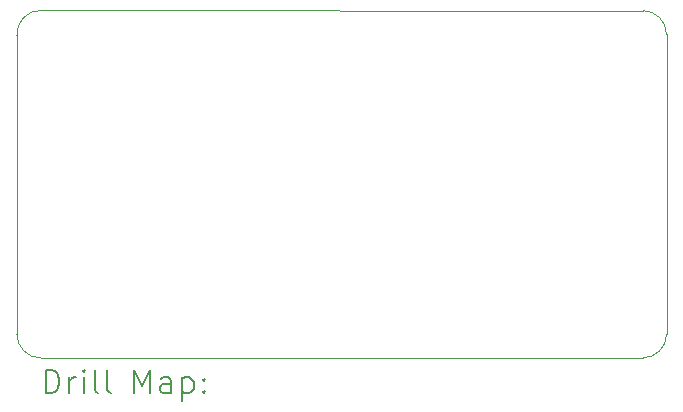
<source format=gbr>
%TF.GenerationSoftware,KiCad,Pcbnew,(6.99.0-2815-gbbc0c61ccb)*%
%TF.CreationDate,2023-01-22T02:42:39+07:00*%
%TF.ProjectId,ESP32-MODBUS-RS485-SHIELD,45535033-322d-44d4-9f44-4255532d5253,rev?*%
%TF.SameCoordinates,Original*%
%TF.FileFunction,Drillmap*%
%TF.FilePolarity,Positive*%
%FSLAX45Y45*%
G04 Gerber Fmt 4.5, Leading zero omitted, Abs format (unit mm)*
G04 Created by KiCad (PCBNEW (6.99.0-2815-gbbc0c61ccb)) date 2023-01-22 02:42:39*
%MOMM*%
%LPD*%
G01*
G04 APERTURE LIST*
%ADD10C,0.100000*%
%ADD11C,0.200000*%
G04 APERTURE END LIST*
D10*
X11890090Y-7950270D02*
G75*
G03*
X11685000Y-8162500I-4750J-200620D01*
G01*
X16985000Y-10892500D02*
X11885000Y-10892500D01*
X11685000Y-10692500D02*
G75*
G03*
X11885000Y-10892500I200000J0D01*
G01*
X17185000Y-8152500D02*
G75*
G03*
X16985000Y-7952500I-200000J0D01*
G01*
X17185000Y-8152500D02*
X17185000Y-10692500D01*
X11685000Y-10692500D02*
X11685000Y-8162500D01*
X11890090Y-7950267D02*
X16985000Y-7952500D01*
X16985000Y-10892500D02*
G75*
G03*
X17185000Y-10692500I0J200000D01*
G01*
D11*
X11927283Y-11190976D02*
X11927283Y-10990976D01*
X11927283Y-10990976D02*
X11974902Y-10990976D01*
X11974902Y-10990976D02*
X12003473Y-11000500D01*
X12003473Y-11000500D02*
X12022521Y-11019548D01*
X12022521Y-11019548D02*
X12032045Y-11038595D01*
X12032045Y-11038595D02*
X12041569Y-11076690D01*
X12041569Y-11076690D02*
X12041569Y-11105262D01*
X12041569Y-11105262D02*
X12032045Y-11143357D01*
X12032045Y-11143357D02*
X12022521Y-11162405D01*
X12022521Y-11162405D02*
X12003473Y-11181452D01*
X12003473Y-11181452D02*
X11974902Y-11190976D01*
X11974902Y-11190976D02*
X11927283Y-11190976D01*
X12127283Y-11190976D02*
X12127283Y-11057643D01*
X12127283Y-11095738D02*
X12136807Y-11076690D01*
X12136807Y-11076690D02*
X12146330Y-11067167D01*
X12146330Y-11067167D02*
X12165378Y-11057643D01*
X12165378Y-11057643D02*
X12184426Y-11057643D01*
X12251092Y-11190976D02*
X12251092Y-11057643D01*
X12251092Y-10990976D02*
X12241569Y-11000500D01*
X12241569Y-11000500D02*
X12251092Y-11010024D01*
X12251092Y-11010024D02*
X12260616Y-11000500D01*
X12260616Y-11000500D02*
X12251092Y-10990976D01*
X12251092Y-10990976D02*
X12251092Y-11010024D01*
X12374902Y-11190976D02*
X12355854Y-11181452D01*
X12355854Y-11181452D02*
X12346330Y-11162405D01*
X12346330Y-11162405D02*
X12346330Y-10990976D01*
X12479664Y-11190976D02*
X12460616Y-11181452D01*
X12460616Y-11181452D02*
X12451092Y-11162405D01*
X12451092Y-11162405D02*
X12451092Y-10990976D01*
X12675854Y-11190976D02*
X12675854Y-10990976D01*
X12675854Y-10990976D02*
X12742521Y-11133833D01*
X12742521Y-11133833D02*
X12809188Y-10990976D01*
X12809188Y-10990976D02*
X12809188Y-11190976D01*
X12990140Y-11190976D02*
X12990140Y-11086214D01*
X12990140Y-11086214D02*
X12980616Y-11067167D01*
X12980616Y-11067167D02*
X12961569Y-11057643D01*
X12961569Y-11057643D02*
X12923473Y-11057643D01*
X12923473Y-11057643D02*
X12904426Y-11067167D01*
X12990140Y-11181452D02*
X12971092Y-11190976D01*
X12971092Y-11190976D02*
X12923473Y-11190976D01*
X12923473Y-11190976D02*
X12904426Y-11181452D01*
X12904426Y-11181452D02*
X12894902Y-11162405D01*
X12894902Y-11162405D02*
X12894902Y-11143357D01*
X12894902Y-11143357D02*
X12904426Y-11124310D01*
X12904426Y-11124310D02*
X12923473Y-11114786D01*
X12923473Y-11114786D02*
X12971092Y-11114786D01*
X12971092Y-11114786D02*
X12990140Y-11105262D01*
X13085378Y-11057643D02*
X13085378Y-11257643D01*
X13085378Y-11067167D02*
X13104426Y-11057643D01*
X13104426Y-11057643D02*
X13142521Y-11057643D01*
X13142521Y-11057643D02*
X13161569Y-11067167D01*
X13161569Y-11067167D02*
X13171092Y-11076690D01*
X13171092Y-11076690D02*
X13180616Y-11095738D01*
X13180616Y-11095738D02*
X13180616Y-11152881D01*
X13180616Y-11152881D02*
X13171092Y-11171929D01*
X13171092Y-11171929D02*
X13161569Y-11181452D01*
X13161569Y-11181452D02*
X13142521Y-11190976D01*
X13142521Y-11190976D02*
X13104426Y-11190976D01*
X13104426Y-11190976D02*
X13085378Y-11181452D01*
X13266330Y-11171929D02*
X13275854Y-11181452D01*
X13275854Y-11181452D02*
X13266330Y-11190976D01*
X13266330Y-11190976D02*
X13256807Y-11181452D01*
X13256807Y-11181452D02*
X13266330Y-11171929D01*
X13266330Y-11171929D02*
X13266330Y-11190976D01*
X13266330Y-11067167D02*
X13275854Y-11076690D01*
X13275854Y-11076690D02*
X13266330Y-11086214D01*
X13266330Y-11086214D02*
X13256807Y-11076690D01*
X13256807Y-11076690D02*
X13266330Y-11067167D01*
X13266330Y-11067167D02*
X13266330Y-11086214D01*
M02*

</source>
